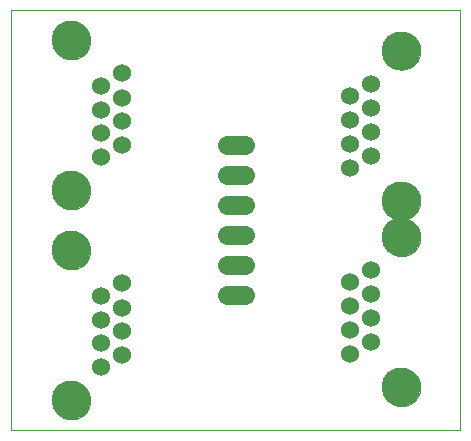
<source format=gts>
G75*
%MOIN*%
%OFA0B0*%
%FSLAX25Y25*%
%IPPOS*%
%LPD*%
%AMOC8*
5,1,8,0,0,1.08239X$1,22.5*
%
%ADD10C,0.00000*%
%ADD11C,0.06000*%
%ADD12C,0.12998*%
%ADD13C,0.06400*%
D10*
X0001500Y0001500D02*
X0001500Y0141657D01*
X0151106Y0141657D01*
X0151106Y0001500D01*
X0001500Y0001500D01*
X0015201Y0011500D02*
X0015203Y0011658D01*
X0015209Y0011816D01*
X0015219Y0011974D01*
X0015233Y0012132D01*
X0015251Y0012289D01*
X0015272Y0012446D01*
X0015298Y0012602D01*
X0015328Y0012758D01*
X0015361Y0012913D01*
X0015399Y0013066D01*
X0015440Y0013219D01*
X0015485Y0013371D01*
X0015534Y0013522D01*
X0015587Y0013671D01*
X0015643Y0013819D01*
X0015703Y0013965D01*
X0015767Y0014110D01*
X0015835Y0014253D01*
X0015906Y0014395D01*
X0015980Y0014535D01*
X0016058Y0014672D01*
X0016140Y0014808D01*
X0016224Y0014942D01*
X0016313Y0015073D01*
X0016404Y0015202D01*
X0016499Y0015329D01*
X0016596Y0015454D01*
X0016697Y0015576D01*
X0016801Y0015695D01*
X0016908Y0015812D01*
X0017018Y0015926D01*
X0017131Y0016037D01*
X0017246Y0016146D01*
X0017364Y0016251D01*
X0017485Y0016353D01*
X0017608Y0016453D01*
X0017734Y0016549D01*
X0017862Y0016642D01*
X0017992Y0016732D01*
X0018125Y0016818D01*
X0018260Y0016902D01*
X0018396Y0016981D01*
X0018535Y0017058D01*
X0018676Y0017130D01*
X0018818Y0017200D01*
X0018962Y0017265D01*
X0019108Y0017327D01*
X0019255Y0017385D01*
X0019404Y0017440D01*
X0019554Y0017491D01*
X0019705Y0017538D01*
X0019857Y0017581D01*
X0020010Y0017620D01*
X0020165Y0017656D01*
X0020320Y0017687D01*
X0020476Y0017715D01*
X0020632Y0017739D01*
X0020789Y0017759D01*
X0020947Y0017775D01*
X0021104Y0017787D01*
X0021263Y0017795D01*
X0021421Y0017799D01*
X0021579Y0017799D01*
X0021737Y0017795D01*
X0021896Y0017787D01*
X0022053Y0017775D01*
X0022211Y0017759D01*
X0022368Y0017739D01*
X0022524Y0017715D01*
X0022680Y0017687D01*
X0022835Y0017656D01*
X0022990Y0017620D01*
X0023143Y0017581D01*
X0023295Y0017538D01*
X0023446Y0017491D01*
X0023596Y0017440D01*
X0023745Y0017385D01*
X0023892Y0017327D01*
X0024038Y0017265D01*
X0024182Y0017200D01*
X0024324Y0017130D01*
X0024465Y0017058D01*
X0024604Y0016981D01*
X0024740Y0016902D01*
X0024875Y0016818D01*
X0025008Y0016732D01*
X0025138Y0016642D01*
X0025266Y0016549D01*
X0025392Y0016453D01*
X0025515Y0016353D01*
X0025636Y0016251D01*
X0025754Y0016146D01*
X0025869Y0016037D01*
X0025982Y0015926D01*
X0026092Y0015812D01*
X0026199Y0015695D01*
X0026303Y0015576D01*
X0026404Y0015454D01*
X0026501Y0015329D01*
X0026596Y0015202D01*
X0026687Y0015073D01*
X0026776Y0014942D01*
X0026860Y0014808D01*
X0026942Y0014672D01*
X0027020Y0014535D01*
X0027094Y0014395D01*
X0027165Y0014253D01*
X0027233Y0014110D01*
X0027297Y0013965D01*
X0027357Y0013819D01*
X0027413Y0013671D01*
X0027466Y0013522D01*
X0027515Y0013371D01*
X0027560Y0013219D01*
X0027601Y0013066D01*
X0027639Y0012913D01*
X0027672Y0012758D01*
X0027702Y0012602D01*
X0027728Y0012446D01*
X0027749Y0012289D01*
X0027767Y0012132D01*
X0027781Y0011974D01*
X0027791Y0011816D01*
X0027797Y0011658D01*
X0027799Y0011500D01*
X0027797Y0011342D01*
X0027791Y0011184D01*
X0027781Y0011026D01*
X0027767Y0010868D01*
X0027749Y0010711D01*
X0027728Y0010554D01*
X0027702Y0010398D01*
X0027672Y0010242D01*
X0027639Y0010087D01*
X0027601Y0009934D01*
X0027560Y0009781D01*
X0027515Y0009629D01*
X0027466Y0009478D01*
X0027413Y0009329D01*
X0027357Y0009181D01*
X0027297Y0009035D01*
X0027233Y0008890D01*
X0027165Y0008747D01*
X0027094Y0008605D01*
X0027020Y0008465D01*
X0026942Y0008328D01*
X0026860Y0008192D01*
X0026776Y0008058D01*
X0026687Y0007927D01*
X0026596Y0007798D01*
X0026501Y0007671D01*
X0026404Y0007546D01*
X0026303Y0007424D01*
X0026199Y0007305D01*
X0026092Y0007188D01*
X0025982Y0007074D01*
X0025869Y0006963D01*
X0025754Y0006854D01*
X0025636Y0006749D01*
X0025515Y0006647D01*
X0025392Y0006547D01*
X0025266Y0006451D01*
X0025138Y0006358D01*
X0025008Y0006268D01*
X0024875Y0006182D01*
X0024740Y0006098D01*
X0024604Y0006019D01*
X0024465Y0005942D01*
X0024324Y0005870D01*
X0024182Y0005800D01*
X0024038Y0005735D01*
X0023892Y0005673D01*
X0023745Y0005615D01*
X0023596Y0005560D01*
X0023446Y0005509D01*
X0023295Y0005462D01*
X0023143Y0005419D01*
X0022990Y0005380D01*
X0022835Y0005344D01*
X0022680Y0005313D01*
X0022524Y0005285D01*
X0022368Y0005261D01*
X0022211Y0005241D01*
X0022053Y0005225D01*
X0021896Y0005213D01*
X0021737Y0005205D01*
X0021579Y0005201D01*
X0021421Y0005201D01*
X0021263Y0005205D01*
X0021104Y0005213D01*
X0020947Y0005225D01*
X0020789Y0005241D01*
X0020632Y0005261D01*
X0020476Y0005285D01*
X0020320Y0005313D01*
X0020165Y0005344D01*
X0020010Y0005380D01*
X0019857Y0005419D01*
X0019705Y0005462D01*
X0019554Y0005509D01*
X0019404Y0005560D01*
X0019255Y0005615D01*
X0019108Y0005673D01*
X0018962Y0005735D01*
X0018818Y0005800D01*
X0018676Y0005870D01*
X0018535Y0005942D01*
X0018396Y0006019D01*
X0018260Y0006098D01*
X0018125Y0006182D01*
X0017992Y0006268D01*
X0017862Y0006358D01*
X0017734Y0006451D01*
X0017608Y0006547D01*
X0017485Y0006647D01*
X0017364Y0006749D01*
X0017246Y0006854D01*
X0017131Y0006963D01*
X0017018Y0007074D01*
X0016908Y0007188D01*
X0016801Y0007305D01*
X0016697Y0007424D01*
X0016596Y0007546D01*
X0016499Y0007671D01*
X0016404Y0007798D01*
X0016313Y0007927D01*
X0016224Y0008058D01*
X0016140Y0008192D01*
X0016058Y0008328D01*
X0015980Y0008465D01*
X0015906Y0008605D01*
X0015835Y0008747D01*
X0015767Y0008890D01*
X0015703Y0009035D01*
X0015643Y0009181D01*
X0015587Y0009329D01*
X0015534Y0009478D01*
X0015485Y0009629D01*
X0015440Y0009781D01*
X0015399Y0009934D01*
X0015361Y0010087D01*
X0015328Y0010242D01*
X0015298Y0010398D01*
X0015272Y0010554D01*
X0015251Y0010711D01*
X0015233Y0010868D01*
X0015219Y0011026D01*
X0015209Y0011184D01*
X0015203Y0011342D01*
X0015201Y0011500D01*
X0015201Y0061500D02*
X0015203Y0061658D01*
X0015209Y0061816D01*
X0015219Y0061974D01*
X0015233Y0062132D01*
X0015251Y0062289D01*
X0015272Y0062446D01*
X0015298Y0062602D01*
X0015328Y0062758D01*
X0015361Y0062913D01*
X0015399Y0063066D01*
X0015440Y0063219D01*
X0015485Y0063371D01*
X0015534Y0063522D01*
X0015587Y0063671D01*
X0015643Y0063819D01*
X0015703Y0063965D01*
X0015767Y0064110D01*
X0015835Y0064253D01*
X0015906Y0064395D01*
X0015980Y0064535D01*
X0016058Y0064672D01*
X0016140Y0064808D01*
X0016224Y0064942D01*
X0016313Y0065073D01*
X0016404Y0065202D01*
X0016499Y0065329D01*
X0016596Y0065454D01*
X0016697Y0065576D01*
X0016801Y0065695D01*
X0016908Y0065812D01*
X0017018Y0065926D01*
X0017131Y0066037D01*
X0017246Y0066146D01*
X0017364Y0066251D01*
X0017485Y0066353D01*
X0017608Y0066453D01*
X0017734Y0066549D01*
X0017862Y0066642D01*
X0017992Y0066732D01*
X0018125Y0066818D01*
X0018260Y0066902D01*
X0018396Y0066981D01*
X0018535Y0067058D01*
X0018676Y0067130D01*
X0018818Y0067200D01*
X0018962Y0067265D01*
X0019108Y0067327D01*
X0019255Y0067385D01*
X0019404Y0067440D01*
X0019554Y0067491D01*
X0019705Y0067538D01*
X0019857Y0067581D01*
X0020010Y0067620D01*
X0020165Y0067656D01*
X0020320Y0067687D01*
X0020476Y0067715D01*
X0020632Y0067739D01*
X0020789Y0067759D01*
X0020947Y0067775D01*
X0021104Y0067787D01*
X0021263Y0067795D01*
X0021421Y0067799D01*
X0021579Y0067799D01*
X0021737Y0067795D01*
X0021896Y0067787D01*
X0022053Y0067775D01*
X0022211Y0067759D01*
X0022368Y0067739D01*
X0022524Y0067715D01*
X0022680Y0067687D01*
X0022835Y0067656D01*
X0022990Y0067620D01*
X0023143Y0067581D01*
X0023295Y0067538D01*
X0023446Y0067491D01*
X0023596Y0067440D01*
X0023745Y0067385D01*
X0023892Y0067327D01*
X0024038Y0067265D01*
X0024182Y0067200D01*
X0024324Y0067130D01*
X0024465Y0067058D01*
X0024604Y0066981D01*
X0024740Y0066902D01*
X0024875Y0066818D01*
X0025008Y0066732D01*
X0025138Y0066642D01*
X0025266Y0066549D01*
X0025392Y0066453D01*
X0025515Y0066353D01*
X0025636Y0066251D01*
X0025754Y0066146D01*
X0025869Y0066037D01*
X0025982Y0065926D01*
X0026092Y0065812D01*
X0026199Y0065695D01*
X0026303Y0065576D01*
X0026404Y0065454D01*
X0026501Y0065329D01*
X0026596Y0065202D01*
X0026687Y0065073D01*
X0026776Y0064942D01*
X0026860Y0064808D01*
X0026942Y0064672D01*
X0027020Y0064535D01*
X0027094Y0064395D01*
X0027165Y0064253D01*
X0027233Y0064110D01*
X0027297Y0063965D01*
X0027357Y0063819D01*
X0027413Y0063671D01*
X0027466Y0063522D01*
X0027515Y0063371D01*
X0027560Y0063219D01*
X0027601Y0063066D01*
X0027639Y0062913D01*
X0027672Y0062758D01*
X0027702Y0062602D01*
X0027728Y0062446D01*
X0027749Y0062289D01*
X0027767Y0062132D01*
X0027781Y0061974D01*
X0027791Y0061816D01*
X0027797Y0061658D01*
X0027799Y0061500D01*
X0027797Y0061342D01*
X0027791Y0061184D01*
X0027781Y0061026D01*
X0027767Y0060868D01*
X0027749Y0060711D01*
X0027728Y0060554D01*
X0027702Y0060398D01*
X0027672Y0060242D01*
X0027639Y0060087D01*
X0027601Y0059934D01*
X0027560Y0059781D01*
X0027515Y0059629D01*
X0027466Y0059478D01*
X0027413Y0059329D01*
X0027357Y0059181D01*
X0027297Y0059035D01*
X0027233Y0058890D01*
X0027165Y0058747D01*
X0027094Y0058605D01*
X0027020Y0058465D01*
X0026942Y0058328D01*
X0026860Y0058192D01*
X0026776Y0058058D01*
X0026687Y0057927D01*
X0026596Y0057798D01*
X0026501Y0057671D01*
X0026404Y0057546D01*
X0026303Y0057424D01*
X0026199Y0057305D01*
X0026092Y0057188D01*
X0025982Y0057074D01*
X0025869Y0056963D01*
X0025754Y0056854D01*
X0025636Y0056749D01*
X0025515Y0056647D01*
X0025392Y0056547D01*
X0025266Y0056451D01*
X0025138Y0056358D01*
X0025008Y0056268D01*
X0024875Y0056182D01*
X0024740Y0056098D01*
X0024604Y0056019D01*
X0024465Y0055942D01*
X0024324Y0055870D01*
X0024182Y0055800D01*
X0024038Y0055735D01*
X0023892Y0055673D01*
X0023745Y0055615D01*
X0023596Y0055560D01*
X0023446Y0055509D01*
X0023295Y0055462D01*
X0023143Y0055419D01*
X0022990Y0055380D01*
X0022835Y0055344D01*
X0022680Y0055313D01*
X0022524Y0055285D01*
X0022368Y0055261D01*
X0022211Y0055241D01*
X0022053Y0055225D01*
X0021896Y0055213D01*
X0021737Y0055205D01*
X0021579Y0055201D01*
X0021421Y0055201D01*
X0021263Y0055205D01*
X0021104Y0055213D01*
X0020947Y0055225D01*
X0020789Y0055241D01*
X0020632Y0055261D01*
X0020476Y0055285D01*
X0020320Y0055313D01*
X0020165Y0055344D01*
X0020010Y0055380D01*
X0019857Y0055419D01*
X0019705Y0055462D01*
X0019554Y0055509D01*
X0019404Y0055560D01*
X0019255Y0055615D01*
X0019108Y0055673D01*
X0018962Y0055735D01*
X0018818Y0055800D01*
X0018676Y0055870D01*
X0018535Y0055942D01*
X0018396Y0056019D01*
X0018260Y0056098D01*
X0018125Y0056182D01*
X0017992Y0056268D01*
X0017862Y0056358D01*
X0017734Y0056451D01*
X0017608Y0056547D01*
X0017485Y0056647D01*
X0017364Y0056749D01*
X0017246Y0056854D01*
X0017131Y0056963D01*
X0017018Y0057074D01*
X0016908Y0057188D01*
X0016801Y0057305D01*
X0016697Y0057424D01*
X0016596Y0057546D01*
X0016499Y0057671D01*
X0016404Y0057798D01*
X0016313Y0057927D01*
X0016224Y0058058D01*
X0016140Y0058192D01*
X0016058Y0058328D01*
X0015980Y0058465D01*
X0015906Y0058605D01*
X0015835Y0058747D01*
X0015767Y0058890D01*
X0015703Y0059035D01*
X0015643Y0059181D01*
X0015587Y0059329D01*
X0015534Y0059478D01*
X0015485Y0059629D01*
X0015440Y0059781D01*
X0015399Y0059934D01*
X0015361Y0060087D01*
X0015328Y0060242D01*
X0015298Y0060398D01*
X0015272Y0060554D01*
X0015251Y0060711D01*
X0015233Y0060868D01*
X0015219Y0061026D01*
X0015209Y0061184D01*
X0015203Y0061342D01*
X0015201Y0061500D01*
X0015201Y0081500D02*
X0015203Y0081658D01*
X0015209Y0081816D01*
X0015219Y0081974D01*
X0015233Y0082132D01*
X0015251Y0082289D01*
X0015272Y0082446D01*
X0015298Y0082602D01*
X0015328Y0082758D01*
X0015361Y0082913D01*
X0015399Y0083066D01*
X0015440Y0083219D01*
X0015485Y0083371D01*
X0015534Y0083522D01*
X0015587Y0083671D01*
X0015643Y0083819D01*
X0015703Y0083965D01*
X0015767Y0084110D01*
X0015835Y0084253D01*
X0015906Y0084395D01*
X0015980Y0084535D01*
X0016058Y0084672D01*
X0016140Y0084808D01*
X0016224Y0084942D01*
X0016313Y0085073D01*
X0016404Y0085202D01*
X0016499Y0085329D01*
X0016596Y0085454D01*
X0016697Y0085576D01*
X0016801Y0085695D01*
X0016908Y0085812D01*
X0017018Y0085926D01*
X0017131Y0086037D01*
X0017246Y0086146D01*
X0017364Y0086251D01*
X0017485Y0086353D01*
X0017608Y0086453D01*
X0017734Y0086549D01*
X0017862Y0086642D01*
X0017992Y0086732D01*
X0018125Y0086818D01*
X0018260Y0086902D01*
X0018396Y0086981D01*
X0018535Y0087058D01*
X0018676Y0087130D01*
X0018818Y0087200D01*
X0018962Y0087265D01*
X0019108Y0087327D01*
X0019255Y0087385D01*
X0019404Y0087440D01*
X0019554Y0087491D01*
X0019705Y0087538D01*
X0019857Y0087581D01*
X0020010Y0087620D01*
X0020165Y0087656D01*
X0020320Y0087687D01*
X0020476Y0087715D01*
X0020632Y0087739D01*
X0020789Y0087759D01*
X0020947Y0087775D01*
X0021104Y0087787D01*
X0021263Y0087795D01*
X0021421Y0087799D01*
X0021579Y0087799D01*
X0021737Y0087795D01*
X0021896Y0087787D01*
X0022053Y0087775D01*
X0022211Y0087759D01*
X0022368Y0087739D01*
X0022524Y0087715D01*
X0022680Y0087687D01*
X0022835Y0087656D01*
X0022990Y0087620D01*
X0023143Y0087581D01*
X0023295Y0087538D01*
X0023446Y0087491D01*
X0023596Y0087440D01*
X0023745Y0087385D01*
X0023892Y0087327D01*
X0024038Y0087265D01*
X0024182Y0087200D01*
X0024324Y0087130D01*
X0024465Y0087058D01*
X0024604Y0086981D01*
X0024740Y0086902D01*
X0024875Y0086818D01*
X0025008Y0086732D01*
X0025138Y0086642D01*
X0025266Y0086549D01*
X0025392Y0086453D01*
X0025515Y0086353D01*
X0025636Y0086251D01*
X0025754Y0086146D01*
X0025869Y0086037D01*
X0025982Y0085926D01*
X0026092Y0085812D01*
X0026199Y0085695D01*
X0026303Y0085576D01*
X0026404Y0085454D01*
X0026501Y0085329D01*
X0026596Y0085202D01*
X0026687Y0085073D01*
X0026776Y0084942D01*
X0026860Y0084808D01*
X0026942Y0084672D01*
X0027020Y0084535D01*
X0027094Y0084395D01*
X0027165Y0084253D01*
X0027233Y0084110D01*
X0027297Y0083965D01*
X0027357Y0083819D01*
X0027413Y0083671D01*
X0027466Y0083522D01*
X0027515Y0083371D01*
X0027560Y0083219D01*
X0027601Y0083066D01*
X0027639Y0082913D01*
X0027672Y0082758D01*
X0027702Y0082602D01*
X0027728Y0082446D01*
X0027749Y0082289D01*
X0027767Y0082132D01*
X0027781Y0081974D01*
X0027791Y0081816D01*
X0027797Y0081658D01*
X0027799Y0081500D01*
X0027797Y0081342D01*
X0027791Y0081184D01*
X0027781Y0081026D01*
X0027767Y0080868D01*
X0027749Y0080711D01*
X0027728Y0080554D01*
X0027702Y0080398D01*
X0027672Y0080242D01*
X0027639Y0080087D01*
X0027601Y0079934D01*
X0027560Y0079781D01*
X0027515Y0079629D01*
X0027466Y0079478D01*
X0027413Y0079329D01*
X0027357Y0079181D01*
X0027297Y0079035D01*
X0027233Y0078890D01*
X0027165Y0078747D01*
X0027094Y0078605D01*
X0027020Y0078465D01*
X0026942Y0078328D01*
X0026860Y0078192D01*
X0026776Y0078058D01*
X0026687Y0077927D01*
X0026596Y0077798D01*
X0026501Y0077671D01*
X0026404Y0077546D01*
X0026303Y0077424D01*
X0026199Y0077305D01*
X0026092Y0077188D01*
X0025982Y0077074D01*
X0025869Y0076963D01*
X0025754Y0076854D01*
X0025636Y0076749D01*
X0025515Y0076647D01*
X0025392Y0076547D01*
X0025266Y0076451D01*
X0025138Y0076358D01*
X0025008Y0076268D01*
X0024875Y0076182D01*
X0024740Y0076098D01*
X0024604Y0076019D01*
X0024465Y0075942D01*
X0024324Y0075870D01*
X0024182Y0075800D01*
X0024038Y0075735D01*
X0023892Y0075673D01*
X0023745Y0075615D01*
X0023596Y0075560D01*
X0023446Y0075509D01*
X0023295Y0075462D01*
X0023143Y0075419D01*
X0022990Y0075380D01*
X0022835Y0075344D01*
X0022680Y0075313D01*
X0022524Y0075285D01*
X0022368Y0075261D01*
X0022211Y0075241D01*
X0022053Y0075225D01*
X0021896Y0075213D01*
X0021737Y0075205D01*
X0021579Y0075201D01*
X0021421Y0075201D01*
X0021263Y0075205D01*
X0021104Y0075213D01*
X0020947Y0075225D01*
X0020789Y0075241D01*
X0020632Y0075261D01*
X0020476Y0075285D01*
X0020320Y0075313D01*
X0020165Y0075344D01*
X0020010Y0075380D01*
X0019857Y0075419D01*
X0019705Y0075462D01*
X0019554Y0075509D01*
X0019404Y0075560D01*
X0019255Y0075615D01*
X0019108Y0075673D01*
X0018962Y0075735D01*
X0018818Y0075800D01*
X0018676Y0075870D01*
X0018535Y0075942D01*
X0018396Y0076019D01*
X0018260Y0076098D01*
X0018125Y0076182D01*
X0017992Y0076268D01*
X0017862Y0076358D01*
X0017734Y0076451D01*
X0017608Y0076547D01*
X0017485Y0076647D01*
X0017364Y0076749D01*
X0017246Y0076854D01*
X0017131Y0076963D01*
X0017018Y0077074D01*
X0016908Y0077188D01*
X0016801Y0077305D01*
X0016697Y0077424D01*
X0016596Y0077546D01*
X0016499Y0077671D01*
X0016404Y0077798D01*
X0016313Y0077927D01*
X0016224Y0078058D01*
X0016140Y0078192D01*
X0016058Y0078328D01*
X0015980Y0078465D01*
X0015906Y0078605D01*
X0015835Y0078747D01*
X0015767Y0078890D01*
X0015703Y0079035D01*
X0015643Y0079181D01*
X0015587Y0079329D01*
X0015534Y0079478D01*
X0015485Y0079629D01*
X0015440Y0079781D01*
X0015399Y0079934D01*
X0015361Y0080087D01*
X0015328Y0080242D01*
X0015298Y0080398D01*
X0015272Y0080554D01*
X0015251Y0080711D01*
X0015233Y0080868D01*
X0015219Y0081026D01*
X0015209Y0081184D01*
X0015203Y0081342D01*
X0015201Y0081500D01*
X0015201Y0131500D02*
X0015203Y0131658D01*
X0015209Y0131816D01*
X0015219Y0131974D01*
X0015233Y0132132D01*
X0015251Y0132289D01*
X0015272Y0132446D01*
X0015298Y0132602D01*
X0015328Y0132758D01*
X0015361Y0132913D01*
X0015399Y0133066D01*
X0015440Y0133219D01*
X0015485Y0133371D01*
X0015534Y0133522D01*
X0015587Y0133671D01*
X0015643Y0133819D01*
X0015703Y0133965D01*
X0015767Y0134110D01*
X0015835Y0134253D01*
X0015906Y0134395D01*
X0015980Y0134535D01*
X0016058Y0134672D01*
X0016140Y0134808D01*
X0016224Y0134942D01*
X0016313Y0135073D01*
X0016404Y0135202D01*
X0016499Y0135329D01*
X0016596Y0135454D01*
X0016697Y0135576D01*
X0016801Y0135695D01*
X0016908Y0135812D01*
X0017018Y0135926D01*
X0017131Y0136037D01*
X0017246Y0136146D01*
X0017364Y0136251D01*
X0017485Y0136353D01*
X0017608Y0136453D01*
X0017734Y0136549D01*
X0017862Y0136642D01*
X0017992Y0136732D01*
X0018125Y0136818D01*
X0018260Y0136902D01*
X0018396Y0136981D01*
X0018535Y0137058D01*
X0018676Y0137130D01*
X0018818Y0137200D01*
X0018962Y0137265D01*
X0019108Y0137327D01*
X0019255Y0137385D01*
X0019404Y0137440D01*
X0019554Y0137491D01*
X0019705Y0137538D01*
X0019857Y0137581D01*
X0020010Y0137620D01*
X0020165Y0137656D01*
X0020320Y0137687D01*
X0020476Y0137715D01*
X0020632Y0137739D01*
X0020789Y0137759D01*
X0020947Y0137775D01*
X0021104Y0137787D01*
X0021263Y0137795D01*
X0021421Y0137799D01*
X0021579Y0137799D01*
X0021737Y0137795D01*
X0021896Y0137787D01*
X0022053Y0137775D01*
X0022211Y0137759D01*
X0022368Y0137739D01*
X0022524Y0137715D01*
X0022680Y0137687D01*
X0022835Y0137656D01*
X0022990Y0137620D01*
X0023143Y0137581D01*
X0023295Y0137538D01*
X0023446Y0137491D01*
X0023596Y0137440D01*
X0023745Y0137385D01*
X0023892Y0137327D01*
X0024038Y0137265D01*
X0024182Y0137200D01*
X0024324Y0137130D01*
X0024465Y0137058D01*
X0024604Y0136981D01*
X0024740Y0136902D01*
X0024875Y0136818D01*
X0025008Y0136732D01*
X0025138Y0136642D01*
X0025266Y0136549D01*
X0025392Y0136453D01*
X0025515Y0136353D01*
X0025636Y0136251D01*
X0025754Y0136146D01*
X0025869Y0136037D01*
X0025982Y0135926D01*
X0026092Y0135812D01*
X0026199Y0135695D01*
X0026303Y0135576D01*
X0026404Y0135454D01*
X0026501Y0135329D01*
X0026596Y0135202D01*
X0026687Y0135073D01*
X0026776Y0134942D01*
X0026860Y0134808D01*
X0026942Y0134672D01*
X0027020Y0134535D01*
X0027094Y0134395D01*
X0027165Y0134253D01*
X0027233Y0134110D01*
X0027297Y0133965D01*
X0027357Y0133819D01*
X0027413Y0133671D01*
X0027466Y0133522D01*
X0027515Y0133371D01*
X0027560Y0133219D01*
X0027601Y0133066D01*
X0027639Y0132913D01*
X0027672Y0132758D01*
X0027702Y0132602D01*
X0027728Y0132446D01*
X0027749Y0132289D01*
X0027767Y0132132D01*
X0027781Y0131974D01*
X0027791Y0131816D01*
X0027797Y0131658D01*
X0027799Y0131500D01*
X0027797Y0131342D01*
X0027791Y0131184D01*
X0027781Y0131026D01*
X0027767Y0130868D01*
X0027749Y0130711D01*
X0027728Y0130554D01*
X0027702Y0130398D01*
X0027672Y0130242D01*
X0027639Y0130087D01*
X0027601Y0129934D01*
X0027560Y0129781D01*
X0027515Y0129629D01*
X0027466Y0129478D01*
X0027413Y0129329D01*
X0027357Y0129181D01*
X0027297Y0129035D01*
X0027233Y0128890D01*
X0027165Y0128747D01*
X0027094Y0128605D01*
X0027020Y0128465D01*
X0026942Y0128328D01*
X0026860Y0128192D01*
X0026776Y0128058D01*
X0026687Y0127927D01*
X0026596Y0127798D01*
X0026501Y0127671D01*
X0026404Y0127546D01*
X0026303Y0127424D01*
X0026199Y0127305D01*
X0026092Y0127188D01*
X0025982Y0127074D01*
X0025869Y0126963D01*
X0025754Y0126854D01*
X0025636Y0126749D01*
X0025515Y0126647D01*
X0025392Y0126547D01*
X0025266Y0126451D01*
X0025138Y0126358D01*
X0025008Y0126268D01*
X0024875Y0126182D01*
X0024740Y0126098D01*
X0024604Y0126019D01*
X0024465Y0125942D01*
X0024324Y0125870D01*
X0024182Y0125800D01*
X0024038Y0125735D01*
X0023892Y0125673D01*
X0023745Y0125615D01*
X0023596Y0125560D01*
X0023446Y0125509D01*
X0023295Y0125462D01*
X0023143Y0125419D01*
X0022990Y0125380D01*
X0022835Y0125344D01*
X0022680Y0125313D01*
X0022524Y0125285D01*
X0022368Y0125261D01*
X0022211Y0125241D01*
X0022053Y0125225D01*
X0021896Y0125213D01*
X0021737Y0125205D01*
X0021579Y0125201D01*
X0021421Y0125201D01*
X0021263Y0125205D01*
X0021104Y0125213D01*
X0020947Y0125225D01*
X0020789Y0125241D01*
X0020632Y0125261D01*
X0020476Y0125285D01*
X0020320Y0125313D01*
X0020165Y0125344D01*
X0020010Y0125380D01*
X0019857Y0125419D01*
X0019705Y0125462D01*
X0019554Y0125509D01*
X0019404Y0125560D01*
X0019255Y0125615D01*
X0019108Y0125673D01*
X0018962Y0125735D01*
X0018818Y0125800D01*
X0018676Y0125870D01*
X0018535Y0125942D01*
X0018396Y0126019D01*
X0018260Y0126098D01*
X0018125Y0126182D01*
X0017992Y0126268D01*
X0017862Y0126358D01*
X0017734Y0126451D01*
X0017608Y0126547D01*
X0017485Y0126647D01*
X0017364Y0126749D01*
X0017246Y0126854D01*
X0017131Y0126963D01*
X0017018Y0127074D01*
X0016908Y0127188D01*
X0016801Y0127305D01*
X0016697Y0127424D01*
X0016596Y0127546D01*
X0016499Y0127671D01*
X0016404Y0127798D01*
X0016313Y0127927D01*
X0016224Y0128058D01*
X0016140Y0128192D01*
X0016058Y0128328D01*
X0015980Y0128465D01*
X0015906Y0128605D01*
X0015835Y0128747D01*
X0015767Y0128890D01*
X0015703Y0129035D01*
X0015643Y0129181D01*
X0015587Y0129329D01*
X0015534Y0129478D01*
X0015485Y0129629D01*
X0015440Y0129781D01*
X0015399Y0129934D01*
X0015361Y0130087D01*
X0015328Y0130242D01*
X0015298Y0130398D01*
X0015272Y0130554D01*
X0015251Y0130711D01*
X0015233Y0130868D01*
X0015219Y0131026D01*
X0015209Y0131184D01*
X0015203Y0131342D01*
X0015201Y0131500D01*
X0125280Y0128106D02*
X0125282Y0128264D01*
X0125288Y0128422D01*
X0125298Y0128580D01*
X0125312Y0128738D01*
X0125330Y0128895D01*
X0125351Y0129052D01*
X0125377Y0129208D01*
X0125407Y0129364D01*
X0125440Y0129519D01*
X0125478Y0129672D01*
X0125519Y0129825D01*
X0125564Y0129977D01*
X0125613Y0130128D01*
X0125666Y0130277D01*
X0125722Y0130425D01*
X0125782Y0130571D01*
X0125846Y0130716D01*
X0125914Y0130859D01*
X0125985Y0131001D01*
X0126059Y0131141D01*
X0126137Y0131278D01*
X0126219Y0131414D01*
X0126303Y0131548D01*
X0126392Y0131679D01*
X0126483Y0131808D01*
X0126578Y0131935D01*
X0126675Y0132060D01*
X0126776Y0132182D01*
X0126880Y0132301D01*
X0126987Y0132418D01*
X0127097Y0132532D01*
X0127210Y0132643D01*
X0127325Y0132752D01*
X0127443Y0132857D01*
X0127564Y0132959D01*
X0127687Y0133059D01*
X0127813Y0133155D01*
X0127941Y0133248D01*
X0128071Y0133338D01*
X0128204Y0133424D01*
X0128339Y0133508D01*
X0128475Y0133587D01*
X0128614Y0133664D01*
X0128755Y0133736D01*
X0128897Y0133806D01*
X0129041Y0133871D01*
X0129187Y0133933D01*
X0129334Y0133991D01*
X0129483Y0134046D01*
X0129633Y0134097D01*
X0129784Y0134144D01*
X0129936Y0134187D01*
X0130089Y0134226D01*
X0130244Y0134262D01*
X0130399Y0134293D01*
X0130555Y0134321D01*
X0130711Y0134345D01*
X0130868Y0134365D01*
X0131026Y0134381D01*
X0131183Y0134393D01*
X0131342Y0134401D01*
X0131500Y0134405D01*
X0131658Y0134405D01*
X0131816Y0134401D01*
X0131975Y0134393D01*
X0132132Y0134381D01*
X0132290Y0134365D01*
X0132447Y0134345D01*
X0132603Y0134321D01*
X0132759Y0134293D01*
X0132914Y0134262D01*
X0133069Y0134226D01*
X0133222Y0134187D01*
X0133374Y0134144D01*
X0133525Y0134097D01*
X0133675Y0134046D01*
X0133824Y0133991D01*
X0133971Y0133933D01*
X0134117Y0133871D01*
X0134261Y0133806D01*
X0134403Y0133736D01*
X0134544Y0133664D01*
X0134683Y0133587D01*
X0134819Y0133508D01*
X0134954Y0133424D01*
X0135087Y0133338D01*
X0135217Y0133248D01*
X0135345Y0133155D01*
X0135471Y0133059D01*
X0135594Y0132959D01*
X0135715Y0132857D01*
X0135833Y0132752D01*
X0135948Y0132643D01*
X0136061Y0132532D01*
X0136171Y0132418D01*
X0136278Y0132301D01*
X0136382Y0132182D01*
X0136483Y0132060D01*
X0136580Y0131935D01*
X0136675Y0131808D01*
X0136766Y0131679D01*
X0136855Y0131548D01*
X0136939Y0131414D01*
X0137021Y0131278D01*
X0137099Y0131141D01*
X0137173Y0131001D01*
X0137244Y0130859D01*
X0137312Y0130716D01*
X0137376Y0130571D01*
X0137436Y0130425D01*
X0137492Y0130277D01*
X0137545Y0130128D01*
X0137594Y0129977D01*
X0137639Y0129825D01*
X0137680Y0129672D01*
X0137718Y0129519D01*
X0137751Y0129364D01*
X0137781Y0129208D01*
X0137807Y0129052D01*
X0137828Y0128895D01*
X0137846Y0128738D01*
X0137860Y0128580D01*
X0137870Y0128422D01*
X0137876Y0128264D01*
X0137878Y0128106D01*
X0137876Y0127948D01*
X0137870Y0127790D01*
X0137860Y0127632D01*
X0137846Y0127474D01*
X0137828Y0127317D01*
X0137807Y0127160D01*
X0137781Y0127004D01*
X0137751Y0126848D01*
X0137718Y0126693D01*
X0137680Y0126540D01*
X0137639Y0126387D01*
X0137594Y0126235D01*
X0137545Y0126084D01*
X0137492Y0125935D01*
X0137436Y0125787D01*
X0137376Y0125641D01*
X0137312Y0125496D01*
X0137244Y0125353D01*
X0137173Y0125211D01*
X0137099Y0125071D01*
X0137021Y0124934D01*
X0136939Y0124798D01*
X0136855Y0124664D01*
X0136766Y0124533D01*
X0136675Y0124404D01*
X0136580Y0124277D01*
X0136483Y0124152D01*
X0136382Y0124030D01*
X0136278Y0123911D01*
X0136171Y0123794D01*
X0136061Y0123680D01*
X0135948Y0123569D01*
X0135833Y0123460D01*
X0135715Y0123355D01*
X0135594Y0123253D01*
X0135471Y0123153D01*
X0135345Y0123057D01*
X0135217Y0122964D01*
X0135087Y0122874D01*
X0134954Y0122788D01*
X0134819Y0122704D01*
X0134683Y0122625D01*
X0134544Y0122548D01*
X0134403Y0122476D01*
X0134261Y0122406D01*
X0134117Y0122341D01*
X0133971Y0122279D01*
X0133824Y0122221D01*
X0133675Y0122166D01*
X0133525Y0122115D01*
X0133374Y0122068D01*
X0133222Y0122025D01*
X0133069Y0121986D01*
X0132914Y0121950D01*
X0132759Y0121919D01*
X0132603Y0121891D01*
X0132447Y0121867D01*
X0132290Y0121847D01*
X0132132Y0121831D01*
X0131975Y0121819D01*
X0131816Y0121811D01*
X0131658Y0121807D01*
X0131500Y0121807D01*
X0131342Y0121811D01*
X0131183Y0121819D01*
X0131026Y0121831D01*
X0130868Y0121847D01*
X0130711Y0121867D01*
X0130555Y0121891D01*
X0130399Y0121919D01*
X0130244Y0121950D01*
X0130089Y0121986D01*
X0129936Y0122025D01*
X0129784Y0122068D01*
X0129633Y0122115D01*
X0129483Y0122166D01*
X0129334Y0122221D01*
X0129187Y0122279D01*
X0129041Y0122341D01*
X0128897Y0122406D01*
X0128755Y0122476D01*
X0128614Y0122548D01*
X0128475Y0122625D01*
X0128339Y0122704D01*
X0128204Y0122788D01*
X0128071Y0122874D01*
X0127941Y0122964D01*
X0127813Y0123057D01*
X0127687Y0123153D01*
X0127564Y0123253D01*
X0127443Y0123355D01*
X0127325Y0123460D01*
X0127210Y0123569D01*
X0127097Y0123680D01*
X0126987Y0123794D01*
X0126880Y0123911D01*
X0126776Y0124030D01*
X0126675Y0124152D01*
X0126578Y0124277D01*
X0126483Y0124404D01*
X0126392Y0124533D01*
X0126303Y0124664D01*
X0126219Y0124798D01*
X0126137Y0124934D01*
X0126059Y0125071D01*
X0125985Y0125211D01*
X0125914Y0125353D01*
X0125846Y0125496D01*
X0125782Y0125641D01*
X0125722Y0125787D01*
X0125666Y0125935D01*
X0125613Y0126084D01*
X0125564Y0126235D01*
X0125519Y0126387D01*
X0125478Y0126540D01*
X0125440Y0126693D01*
X0125407Y0126848D01*
X0125377Y0127004D01*
X0125351Y0127160D01*
X0125330Y0127317D01*
X0125312Y0127474D01*
X0125298Y0127632D01*
X0125288Y0127790D01*
X0125282Y0127948D01*
X0125280Y0128106D01*
X0125280Y0078106D02*
X0125282Y0078264D01*
X0125288Y0078422D01*
X0125298Y0078580D01*
X0125312Y0078738D01*
X0125330Y0078895D01*
X0125351Y0079052D01*
X0125377Y0079208D01*
X0125407Y0079364D01*
X0125440Y0079519D01*
X0125478Y0079672D01*
X0125519Y0079825D01*
X0125564Y0079977D01*
X0125613Y0080128D01*
X0125666Y0080277D01*
X0125722Y0080425D01*
X0125782Y0080571D01*
X0125846Y0080716D01*
X0125914Y0080859D01*
X0125985Y0081001D01*
X0126059Y0081141D01*
X0126137Y0081278D01*
X0126219Y0081414D01*
X0126303Y0081548D01*
X0126392Y0081679D01*
X0126483Y0081808D01*
X0126578Y0081935D01*
X0126675Y0082060D01*
X0126776Y0082182D01*
X0126880Y0082301D01*
X0126987Y0082418D01*
X0127097Y0082532D01*
X0127210Y0082643D01*
X0127325Y0082752D01*
X0127443Y0082857D01*
X0127564Y0082959D01*
X0127687Y0083059D01*
X0127813Y0083155D01*
X0127941Y0083248D01*
X0128071Y0083338D01*
X0128204Y0083424D01*
X0128339Y0083508D01*
X0128475Y0083587D01*
X0128614Y0083664D01*
X0128755Y0083736D01*
X0128897Y0083806D01*
X0129041Y0083871D01*
X0129187Y0083933D01*
X0129334Y0083991D01*
X0129483Y0084046D01*
X0129633Y0084097D01*
X0129784Y0084144D01*
X0129936Y0084187D01*
X0130089Y0084226D01*
X0130244Y0084262D01*
X0130399Y0084293D01*
X0130555Y0084321D01*
X0130711Y0084345D01*
X0130868Y0084365D01*
X0131026Y0084381D01*
X0131183Y0084393D01*
X0131342Y0084401D01*
X0131500Y0084405D01*
X0131658Y0084405D01*
X0131816Y0084401D01*
X0131975Y0084393D01*
X0132132Y0084381D01*
X0132290Y0084365D01*
X0132447Y0084345D01*
X0132603Y0084321D01*
X0132759Y0084293D01*
X0132914Y0084262D01*
X0133069Y0084226D01*
X0133222Y0084187D01*
X0133374Y0084144D01*
X0133525Y0084097D01*
X0133675Y0084046D01*
X0133824Y0083991D01*
X0133971Y0083933D01*
X0134117Y0083871D01*
X0134261Y0083806D01*
X0134403Y0083736D01*
X0134544Y0083664D01*
X0134683Y0083587D01*
X0134819Y0083508D01*
X0134954Y0083424D01*
X0135087Y0083338D01*
X0135217Y0083248D01*
X0135345Y0083155D01*
X0135471Y0083059D01*
X0135594Y0082959D01*
X0135715Y0082857D01*
X0135833Y0082752D01*
X0135948Y0082643D01*
X0136061Y0082532D01*
X0136171Y0082418D01*
X0136278Y0082301D01*
X0136382Y0082182D01*
X0136483Y0082060D01*
X0136580Y0081935D01*
X0136675Y0081808D01*
X0136766Y0081679D01*
X0136855Y0081548D01*
X0136939Y0081414D01*
X0137021Y0081278D01*
X0137099Y0081141D01*
X0137173Y0081001D01*
X0137244Y0080859D01*
X0137312Y0080716D01*
X0137376Y0080571D01*
X0137436Y0080425D01*
X0137492Y0080277D01*
X0137545Y0080128D01*
X0137594Y0079977D01*
X0137639Y0079825D01*
X0137680Y0079672D01*
X0137718Y0079519D01*
X0137751Y0079364D01*
X0137781Y0079208D01*
X0137807Y0079052D01*
X0137828Y0078895D01*
X0137846Y0078738D01*
X0137860Y0078580D01*
X0137870Y0078422D01*
X0137876Y0078264D01*
X0137878Y0078106D01*
X0137876Y0077948D01*
X0137870Y0077790D01*
X0137860Y0077632D01*
X0137846Y0077474D01*
X0137828Y0077317D01*
X0137807Y0077160D01*
X0137781Y0077004D01*
X0137751Y0076848D01*
X0137718Y0076693D01*
X0137680Y0076540D01*
X0137639Y0076387D01*
X0137594Y0076235D01*
X0137545Y0076084D01*
X0137492Y0075935D01*
X0137436Y0075787D01*
X0137376Y0075641D01*
X0137312Y0075496D01*
X0137244Y0075353D01*
X0137173Y0075211D01*
X0137099Y0075071D01*
X0137021Y0074934D01*
X0136939Y0074798D01*
X0136855Y0074664D01*
X0136766Y0074533D01*
X0136675Y0074404D01*
X0136580Y0074277D01*
X0136483Y0074152D01*
X0136382Y0074030D01*
X0136278Y0073911D01*
X0136171Y0073794D01*
X0136061Y0073680D01*
X0135948Y0073569D01*
X0135833Y0073460D01*
X0135715Y0073355D01*
X0135594Y0073253D01*
X0135471Y0073153D01*
X0135345Y0073057D01*
X0135217Y0072964D01*
X0135087Y0072874D01*
X0134954Y0072788D01*
X0134819Y0072704D01*
X0134683Y0072625D01*
X0134544Y0072548D01*
X0134403Y0072476D01*
X0134261Y0072406D01*
X0134117Y0072341D01*
X0133971Y0072279D01*
X0133824Y0072221D01*
X0133675Y0072166D01*
X0133525Y0072115D01*
X0133374Y0072068D01*
X0133222Y0072025D01*
X0133069Y0071986D01*
X0132914Y0071950D01*
X0132759Y0071919D01*
X0132603Y0071891D01*
X0132447Y0071867D01*
X0132290Y0071847D01*
X0132132Y0071831D01*
X0131975Y0071819D01*
X0131816Y0071811D01*
X0131658Y0071807D01*
X0131500Y0071807D01*
X0131342Y0071811D01*
X0131183Y0071819D01*
X0131026Y0071831D01*
X0130868Y0071847D01*
X0130711Y0071867D01*
X0130555Y0071891D01*
X0130399Y0071919D01*
X0130244Y0071950D01*
X0130089Y0071986D01*
X0129936Y0072025D01*
X0129784Y0072068D01*
X0129633Y0072115D01*
X0129483Y0072166D01*
X0129334Y0072221D01*
X0129187Y0072279D01*
X0129041Y0072341D01*
X0128897Y0072406D01*
X0128755Y0072476D01*
X0128614Y0072548D01*
X0128475Y0072625D01*
X0128339Y0072704D01*
X0128204Y0072788D01*
X0128071Y0072874D01*
X0127941Y0072964D01*
X0127813Y0073057D01*
X0127687Y0073153D01*
X0127564Y0073253D01*
X0127443Y0073355D01*
X0127325Y0073460D01*
X0127210Y0073569D01*
X0127097Y0073680D01*
X0126987Y0073794D01*
X0126880Y0073911D01*
X0126776Y0074030D01*
X0126675Y0074152D01*
X0126578Y0074277D01*
X0126483Y0074404D01*
X0126392Y0074533D01*
X0126303Y0074664D01*
X0126219Y0074798D01*
X0126137Y0074934D01*
X0126059Y0075071D01*
X0125985Y0075211D01*
X0125914Y0075353D01*
X0125846Y0075496D01*
X0125782Y0075641D01*
X0125722Y0075787D01*
X0125666Y0075935D01*
X0125613Y0076084D01*
X0125564Y0076235D01*
X0125519Y0076387D01*
X0125478Y0076540D01*
X0125440Y0076693D01*
X0125407Y0076848D01*
X0125377Y0077004D01*
X0125351Y0077160D01*
X0125330Y0077317D01*
X0125312Y0077474D01*
X0125298Y0077632D01*
X0125288Y0077790D01*
X0125282Y0077948D01*
X0125280Y0078106D01*
X0125280Y0065902D02*
X0125282Y0066060D01*
X0125288Y0066218D01*
X0125298Y0066376D01*
X0125312Y0066534D01*
X0125330Y0066691D01*
X0125351Y0066848D01*
X0125377Y0067004D01*
X0125407Y0067160D01*
X0125440Y0067315D01*
X0125478Y0067468D01*
X0125519Y0067621D01*
X0125564Y0067773D01*
X0125613Y0067924D01*
X0125666Y0068073D01*
X0125722Y0068221D01*
X0125782Y0068367D01*
X0125846Y0068512D01*
X0125914Y0068655D01*
X0125985Y0068797D01*
X0126059Y0068937D01*
X0126137Y0069074D01*
X0126219Y0069210D01*
X0126303Y0069344D01*
X0126392Y0069475D01*
X0126483Y0069604D01*
X0126578Y0069731D01*
X0126675Y0069856D01*
X0126776Y0069978D01*
X0126880Y0070097D01*
X0126987Y0070214D01*
X0127097Y0070328D01*
X0127210Y0070439D01*
X0127325Y0070548D01*
X0127443Y0070653D01*
X0127564Y0070755D01*
X0127687Y0070855D01*
X0127813Y0070951D01*
X0127941Y0071044D01*
X0128071Y0071134D01*
X0128204Y0071220D01*
X0128339Y0071304D01*
X0128475Y0071383D01*
X0128614Y0071460D01*
X0128755Y0071532D01*
X0128897Y0071602D01*
X0129041Y0071667D01*
X0129187Y0071729D01*
X0129334Y0071787D01*
X0129483Y0071842D01*
X0129633Y0071893D01*
X0129784Y0071940D01*
X0129936Y0071983D01*
X0130089Y0072022D01*
X0130244Y0072058D01*
X0130399Y0072089D01*
X0130555Y0072117D01*
X0130711Y0072141D01*
X0130868Y0072161D01*
X0131026Y0072177D01*
X0131183Y0072189D01*
X0131342Y0072197D01*
X0131500Y0072201D01*
X0131658Y0072201D01*
X0131816Y0072197D01*
X0131975Y0072189D01*
X0132132Y0072177D01*
X0132290Y0072161D01*
X0132447Y0072141D01*
X0132603Y0072117D01*
X0132759Y0072089D01*
X0132914Y0072058D01*
X0133069Y0072022D01*
X0133222Y0071983D01*
X0133374Y0071940D01*
X0133525Y0071893D01*
X0133675Y0071842D01*
X0133824Y0071787D01*
X0133971Y0071729D01*
X0134117Y0071667D01*
X0134261Y0071602D01*
X0134403Y0071532D01*
X0134544Y0071460D01*
X0134683Y0071383D01*
X0134819Y0071304D01*
X0134954Y0071220D01*
X0135087Y0071134D01*
X0135217Y0071044D01*
X0135345Y0070951D01*
X0135471Y0070855D01*
X0135594Y0070755D01*
X0135715Y0070653D01*
X0135833Y0070548D01*
X0135948Y0070439D01*
X0136061Y0070328D01*
X0136171Y0070214D01*
X0136278Y0070097D01*
X0136382Y0069978D01*
X0136483Y0069856D01*
X0136580Y0069731D01*
X0136675Y0069604D01*
X0136766Y0069475D01*
X0136855Y0069344D01*
X0136939Y0069210D01*
X0137021Y0069074D01*
X0137099Y0068937D01*
X0137173Y0068797D01*
X0137244Y0068655D01*
X0137312Y0068512D01*
X0137376Y0068367D01*
X0137436Y0068221D01*
X0137492Y0068073D01*
X0137545Y0067924D01*
X0137594Y0067773D01*
X0137639Y0067621D01*
X0137680Y0067468D01*
X0137718Y0067315D01*
X0137751Y0067160D01*
X0137781Y0067004D01*
X0137807Y0066848D01*
X0137828Y0066691D01*
X0137846Y0066534D01*
X0137860Y0066376D01*
X0137870Y0066218D01*
X0137876Y0066060D01*
X0137878Y0065902D01*
X0137876Y0065744D01*
X0137870Y0065586D01*
X0137860Y0065428D01*
X0137846Y0065270D01*
X0137828Y0065113D01*
X0137807Y0064956D01*
X0137781Y0064800D01*
X0137751Y0064644D01*
X0137718Y0064489D01*
X0137680Y0064336D01*
X0137639Y0064183D01*
X0137594Y0064031D01*
X0137545Y0063880D01*
X0137492Y0063731D01*
X0137436Y0063583D01*
X0137376Y0063437D01*
X0137312Y0063292D01*
X0137244Y0063149D01*
X0137173Y0063007D01*
X0137099Y0062867D01*
X0137021Y0062730D01*
X0136939Y0062594D01*
X0136855Y0062460D01*
X0136766Y0062329D01*
X0136675Y0062200D01*
X0136580Y0062073D01*
X0136483Y0061948D01*
X0136382Y0061826D01*
X0136278Y0061707D01*
X0136171Y0061590D01*
X0136061Y0061476D01*
X0135948Y0061365D01*
X0135833Y0061256D01*
X0135715Y0061151D01*
X0135594Y0061049D01*
X0135471Y0060949D01*
X0135345Y0060853D01*
X0135217Y0060760D01*
X0135087Y0060670D01*
X0134954Y0060584D01*
X0134819Y0060500D01*
X0134683Y0060421D01*
X0134544Y0060344D01*
X0134403Y0060272D01*
X0134261Y0060202D01*
X0134117Y0060137D01*
X0133971Y0060075D01*
X0133824Y0060017D01*
X0133675Y0059962D01*
X0133525Y0059911D01*
X0133374Y0059864D01*
X0133222Y0059821D01*
X0133069Y0059782D01*
X0132914Y0059746D01*
X0132759Y0059715D01*
X0132603Y0059687D01*
X0132447Y0059663D01*
X0132290Y0059643D01*
X0132132Y0059627D01*
X0131975Y0059615D01*
X0131816Y0059607D01*
X0131658Y0059603D01*
X0131500Y0059603D01*
X0131342Y0059607D01*
X0131183Y0059615D01*
X0131026Y0059627D01*
X0130868Y0059643D01*
X0130711Y0059663D01*
X0130555Y0059687D01*
X0130399Y0059715D01*
X0130244Y0059746D01*
X0130089Y0059782D01*
X0129936Y0059821D01*
X0129784Y0059864D01*
X0129633Y0059911D01*
X0129483Y0059962D01*
X0129334Y0060017D01*
X0129187Y0060075D01*
X0129041Y0060137D01*
X0128897Y0060202D01*
X0128755Y0060272D01*
X0128614Y0060344D01*
X0128475Y0060421D01*
X0128339Y0060500D01*
X0128204Y0060584D01*
X0128071Y0060670D01*
X0127941Y0060760D01*
X0127813Y0060853D01*
X0127687Y0060949D01*
X0127564Y0061049D01*
X0127443Y0061151D01*
X0127325Y0061256D01*
X0127210Y0061365D01*
X0127097Y0061476D01*
X0126987Y0061590D01*
X0126880Y0061707D01*
X0126776Y0061826D01*
X0126675Y0061948D01*
X0126578Y0062073D01*
X0126483Y0062200D01*
X0126392Y0062329D01*
X0126303Y0062460D01*
X0126219Y0062594D01*
X0126137Y0062730D01*
X0126059Y0062867D01*
X0125985Y0063007D01*
X0125914Y0063149D01*
X0125846Y0063292D01*
X0125782Y0063437D01*
X0125722Y0063583D01*
X0125666Y0063731D01*
X0125613Y0063880D01*
X0125564Y0064031D01*
X0125519Y0064183D01*
X0125478Y0064336D01*
X0125440Y0064489D01*
X0125407Y0064644D01*
X0125377Y0064800D01*
X0125351Y0064956D01*
X0125330Y0065113D01*
X0125312Y0065270D01*
X0125298Y0065428D01*
X0125288Y0065586D01*
X0125282Y0065744D01*
X0125280Y0065902D01*
X0125280Y0015902D02*
X0125282Y0016060D01*
X0125288Y0016218D01*
X0125298Y0016376D01*
X0125312Y0016534D01*
X0125330Y0016691D01*
X0125351Y0016848D01*
X0125377Y0017004D01*
X0125407Y0017160D01*
X0125440Y0017315D01*
X0125478Y0017468D01*
X0125519Y0017621D01*
X0125564Y0017773D01*
X0125613Y0017924D01*
X0125666Y0018073D01*
X0125722Y0018221D01*
X0125782Y0018367D01*
X0125846Y0018512D01*
X0125914Y0018655D01*
X0125985Y0018797D01*
X0126059Y0018937D01*
X0126137Y0019074D01*
X0126219Y0019210D01*
X0126303Y0019344D01*
X0126392Y0019475D01*
X0126483Y0019604D01*
X0126578Y0019731D01*
X0126675Y0019856D01*
X0126776Y0019978D01*
X0126880Y0020097D01*
X0126987Y0020214D01*
X0127097Y0020328D01*
X0127210Y0020439D01*
X0127325Y0020548D01*
X0127443Y0020653D01*
X0127564Y0020755D01*
X0127687Y0020855D01*
X0127813Y0020951D01*
X0127941Y0021044D01*
X0128071Y0021134D01*
X0128204Y0021220D01*
X0128339Y0021304D01*
X0128475Y0021383D01*
X0128614Y0021460D01*
X0128755Y0021532D01*
X0128897Y0021602D01*
X0129041Y0021667D01*
X0129187Y0021729D01*
X0129334Y0021787D01*
X0129483Y0021842D01*
X0129633Y0021893D01*
X0129784Y0021940D01*
X0129936Y0021983D01*
X0130089Y0022022D01*
X0130244Y0022058D01*
X0130399Y0022089D01*
X0130555Y0022117D01*
X0130711Y0022141D01*
X0130868Y0022161D01*
X0131026Y0022177D01*
X0131183Y0022189D01*
X0131342Y0022197D01*
X0131500Y0022201D01*
X0131658Y0022201D01*
X0131816Y0022197D01*
X0131975Y0022189D01*
X0132132Y0022177D01*
X0132290Y0022161D01*
X0132447Y0022141D01*
X0132603Y0022117D01*
X0132759Y0022089D01*
X0132914Y0022058D01*
X0133069Y0022022D01*
X0133222Y0021983D01*
X0133374Y0021940D01*
X0133525Y0021893D01*
X0133675Y0021842D01*
X0133824Y0021787D01*
X0133971Y0021729D01*
X0134117Y0021667D01*
X0134261Y0021602D01*
X0134403Y0021532D01*
X0134544Y0021460D01*
X0134683Y0021383D01*
X0134819Y0021304D01*
X0134954Y0021220D01*
X0135087Y0021134D01*
X0135217Y0021044D01*
X0135345Y0020951D01*
X0135471Y0020855D01*
X0135594Y0020755D01*
X0135715Y0020653D01*
X0135833Y0020548D01*
X0135948Y0020439D01*
X0136061Y0020328D01*
X0136171Y0020214D01*
X0136278Y0020097D01*
X0136382Y0019978D01*
X0136483Y0019856D01*
X0136580Y0019731D01*
X0136675Y0019604D01*
X0136766Y0019475D01*
X0136855Y0019344D01*
X0136939Y0019210D01*
X0137021Y0019074D01*
X0137099Y0018937D01*
X0137173Y0018797D01*
X0137244Y0018655D01*
X0137312Y0018512D01*
X0137376Y0018367D01*
X0137436Y0018221D01*
X0137492Y0018073D01*
X0137545Y0017924D01*
X0137594Y0017773D01*
X0137639Y0017621D01*
X0137680Y0017468D01*
X0137718Y0017315D01*
X0137751Y0017160D01*
X0137781Y0017004D01*
X0137807Y0016848D01*
X0137828Y0016691D01*
X0137846Y0016534D01*
X0137860Y0016376D01*
X0137870Y0016218D01*
X0137876Y0016060D01*
X0137878Y0015902D01*
X0137876Y0015744D01*
X0137870Y0015586D01*
X0137860Y0015428D01*
X0137846Y0015270D01*
X0137828Y0015113D01*
X0137807Y0014956D01*
X0137781Y0014800D01*
X0137751Y0014644D01*
X0137718Y0014489D01*
X0137680Y0014336D01*
X0137639Y0014183D01*
X0137594Y0014031D01*
X0137545Y0013880D01*
X0137492Y0013731D01*
X0137436Y0013583D01*
X0137376Y0013437D01*
X0137312Y0013292D01*
X0137244Y0013149D01*
X0137173Y0013007D01*
X0137099Y0012867D01*
X0137021Y0012730D01*
X0136939Y0012594D01*
X0136855Y0012460D01*
X0136766Y0012329D01*
X0136675Y0012200D01*
X0136580Y0012073D01*
X0136483Y0011948D01*
X0136382Y0011826D01*
X0136278Y0011707D01*
X0136171Y0011590D01*
X0136061Y0011476D01*
X0135948Y0011365D01*
X0135833Y0011256D01*
X0135715Y0011151D01*
X0135594Y0011049D01*
X0135471Y0010949D01*
X0135345Y0010853D01*
X0135217Y0010760D01*
X0135087Y0010670D01*
X0134954Y0010584D01*
X0134819Y0010500D01*
X0134683Y0010421D01*
X0134544Y0010344D01*
X0134403Y0010272D01*
X0134261Y0010202D01*
X0134117Y0010137D01*
X0133971Y0010075D01*
X0133824Y0010017D01*
X0133675Y0009962D01*
X0133525Y0009911D01*
X0133374Y0009864D01*
X0133222Y0009821D01*
X0133069Y0009782D01*
X0132914Y0009746D01*
X0132759Y0009715D01*
X0132603Y0009687D01*
X0132447Y0009663D01*
X0132290Y0009643D01*
X0132132Y0009627D01*
X0131975Y0009615D01*
X0131816Y0009607D01*
X0131658Y0009603D01*
X0131500Y0009603D01*
X0131342Y0009607D01*
X0131183Y0009615D01*
X0131026Y0009627D01*
X0130868Y0009643D01*
X0130711Y0009663D01*
X0130555Y0009687D01*
X0130399Y0009715D01*
X0130244Y0009746D01*
X0130089Y0009782D01*
X0129936Y0009821D01*
X0129784Y0009864D01*
X0129633Y0009911D01*
X0129483Y0009962D01*
X0129334Y0010017D01*
X0129187Y0010075D01*
X0129041Y0010137D01*
X0128897Y0010202D01*
X0128755Y0010272D01*
X0128614Y0010344D01*
X0128475Y0010421D01*
X0128339Y0010500D01*
X0128204Y0010584D01*
X0128071Y0010670D01*
X0127941Y0010760D01*
X0127813Y0010853D01*
X0127687Y0010949D01*
X0127564Y0011049D01*
X0127443Y0011151D01*
X0127325Y0011256D01*
X0127210Y0011365D01*
X0127097Y0011476D01*
X0126987Y0011590D01*
X0126880Y0011707D01*
X0126776Y0011826D01*
X0126675Y0011948D01*
X0126578Y0012073D01*
X0126483Y0012200D01*
X0126392Y0012329D01*
X0126303Y0012460D01*
X0126219Y0012594D01*
X0126137Y0012730D01*
X0126059Y0012867D01*
X0125985Y0013007D01*
X0125914Y0013149D01*
X0125846Y0013292D01*
X0125782Y0013437D01*
X0125722Y0013583D01*
X0125666Y0013731D01*
X0125613Y0013880D01*
X0125564Y0014031D01*
X0125519Y0014183D01*
X0125478Y0014336D01*
X0125440Y0014489D01*
X0125407Y0014644D01*
X0125377Y0014800D01*
X0125351Y0014956D01*
X0125330Y0015113D01*
X0125312Y0015270D01*
X0125298Y0015428D01*
X0125288Y0015586D01*
X0125282Y0015744D01*
X0125280Y0015902D01*
D11*
X0114571Y0026906D03*
X0121579Y0030921D03*
X0114571Y0034937D03*
X0114571Y0042850D03*
X0121579Y0038953D03*
X0121579Y0046866D03*
X0114571Y0050882D03*
X0121579Y0054898D03*
X0114571Y0089110D03*
X0114571Y0097142D03*
X0121579Y0101157D03*
X0114571Y0105055D03*
X0121579Y0109071D03*
X0121579Y0117102D03*
X0114571Y0113087D03*
X0121579Y0093126D03*
X0038508Y0096520D03*
X0031500Y0100535D03*
X0031500Y0108449D03*
X0038508Y0104551D03*
X0038508Y0112465D03*
X0031500Y0116480D03*
X0038508Y0120496D03*
X0031500Y0092504D03*
X0038508Y0050496D03*
X0031500Y0046480D03*
X0038508Y0042465D03*
X0038508Y0034551D03*
X0031500Y0038449D03*
X0031500Y0030535D03*
X0038508Y0026520D03*
X0031500Y0022504D03*
D12*
X0021500Y0011500D03*
X0021500Y0061500D03*
X0021500Y0081500D03*
X0021500Y0131500D03*
X0131579Y0128106D03*
X0131579Y0078106D03*
X0131579Y0065902D03*
X0131579Y0015902D03*
D13*
X0079531Y0046500D02*
X0073531Y0046500D01*
X0073531Y0056500D02*
X0079531Y0056500D01*
X0079531Y0066500D02*
X0073531Y0066500D01*
X0073531Y0076500D02*
X0079531Y0076500D01*
X0079531Y0086500D02*
X0073531Y0086500D01*
X0073531Y0096500D02*
X0079531Y0096500D01*
M02*

</source>
